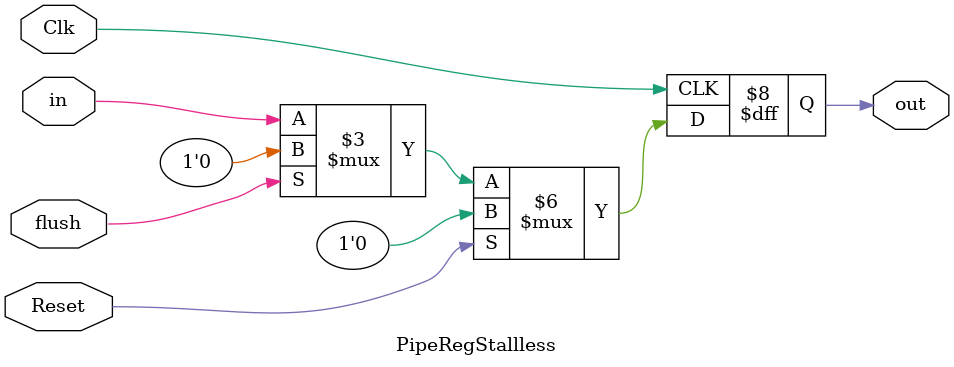
<source format=v>


`timescale 1ns / 1ps


module PipeRegStallless #(parameter WIDTH=1)(Clk, Reset, in, out, flush);
    
    input wire Clk, Reset, flush;
    input wire [WIDTH-1:0] in;
    output reg [WIDTH-1:0] out;
    
    
     always@(posedge Clk) begin
        if(Reset) begin
            out <= {WIDTH{1'b0}};
        end else begin 
            if(flush) begin
                out <= {WIDTH{1'b0}};
            end else begin
                out <= in; 
            end
	    end
	end
	
	
	
endmodule

</source>
